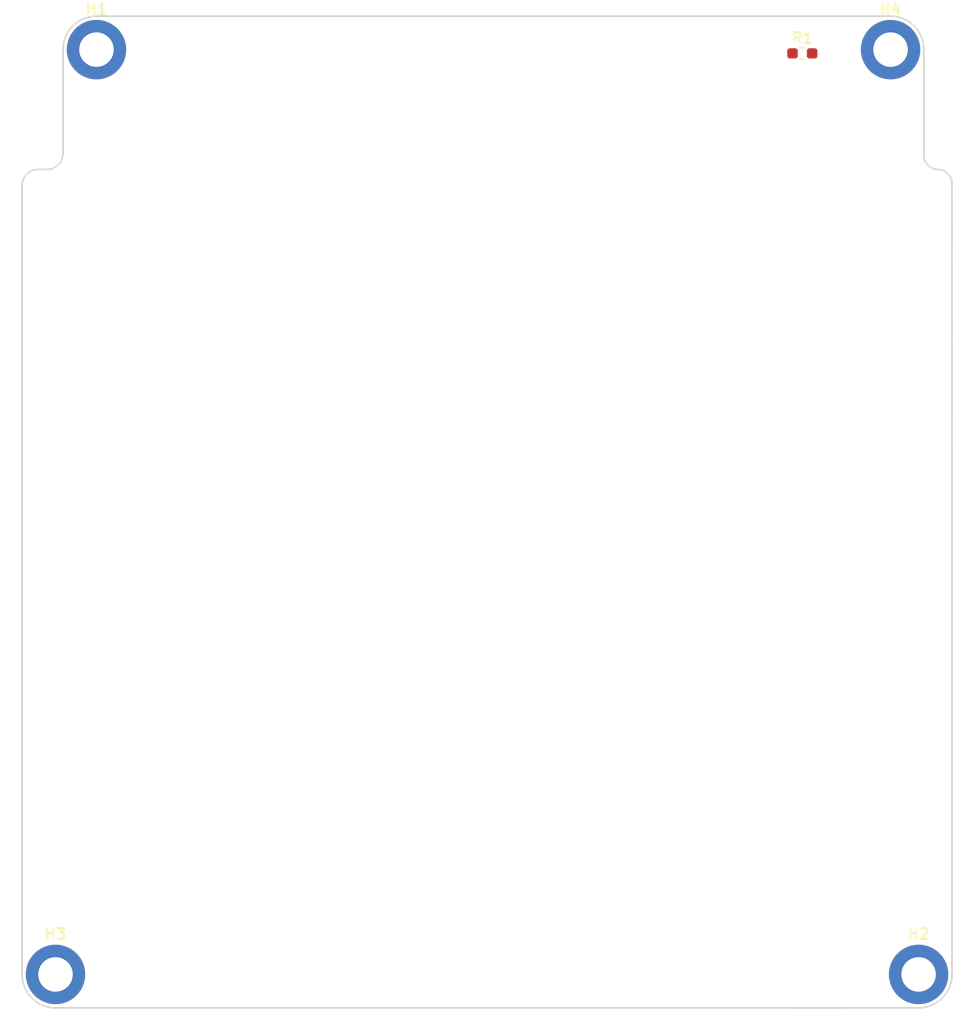
<source format=kicad_pcb>
(kicad_pcb (version 20221018) (generator pcbnew)
  (title_block (title "Battery Module 4c2") (date "2023-08-11") (comment 1 "Vitória Beatriz Bianchin <vitoriabbianchin@gmail.com>"))
  (layers (0 "F.Cu" signal) (31 "B.Cu" signal) (34 "B.Paste" user) (35 "F.Paste" user) (36 "B.SilkS" user "B.Silkscreen") (37 "F.SilkS" user "F.Silkscreen") (38 "B.Mask" user) (39 "F.Mask" user) (44 "Edge.Cuts" user))
  (net 0 "")
  (net 1 "Net-(H4-Pad1)")
  (net 2 "GND")
  (footprint "Resistor_SMD:R_0603_1608Metric_Pad0.98x0.95mm_HandSolder" (layer "F.Cu") (at 115.9275 35.56)
    (fp_text reference "R1" (at 0 -1.43) (layer "F.SilkS"))
    (fp_text value "1M")
    (fp_line (start -0.254724 -0.5225) (end 0.254724 -0.5225) (stroke (width 0.12)) (layer "F.SilkS"))
    (fp_line (start -0.254724 0.5225) (end 0.254724 0.5225) (stroke (width 0.12)) (layer "F.SilkS"))
    (pad "1" smd roundrect (at -0.9125 0) (size 0.975 0.95) (layers "F.Cu" "F.Paste" "F.Mask") (net 1 "Net-(H4-Pad1)"))
    (pad "2" smd roundrect (at 0.9125 0) (size 0.975 0.95) (layers "F.Cu" "F.Paste" "F.Mask") (net 2 "GND"))
  )
  (footprint "MountingHole:MountingHole_3.2mm_M3_ISO14580_Pad" (layer "F.Cu") (at 46.652031 120.912031)
    (fp_text reference "H3" (at 0 -3.75) (layer "F.SilkS"))
    (fp_text value "MountingHole")
    (pad "1" thru_hole circle (at 0 0) (size 5.5 5.5) (drill 3.2) (layers "*.Cu" "*.Mask"))
  )
  (footprint "MountingHole:MountingHole_3.2mm_M3_ISO14580_Pad" (layer "F.Cu") (at 124.112031 35.212031)
    (fp_text reference "H4" (at 0 -3.75) (layer "F.SilkS"))
    (fp_text value "MountingHole_Pad")
    (pad "1" thru_hole circle (at 0 0) (size 5.5 5.5) (drill 3.2) (layers "*.Cu" "*.Mask") (net 1 "Net-(H4-Pad1)"))
  )
  (footprint "MountingHole:MountingHole_3.2mm_M3_ISO14580_Pad" (layer "F.Cu") (at 50.452031 35.212031)
    (fp_text reference "H1" (at 0 -3.75) (layer "F.SilkS"))
    (fp_text value "MountingHole")
    (pad "1" thru_hole circle (at 0 0) (size 5.5 5.5) (drill 3.2) (layers "*.Cu" "*.Mask"))
  )
  (footprint "MountingHole:MountingHole_3.2mm_M3_ISO14580_Pad" (layer "F.Cu") (at 126.712031 120.912031)
    (fp_text reference "H2" (at 0 -3.75) (layer "F.SilkS"))
    (fp_text value "MountingHole")
    (pad "1" thru_hole circle (at 0 0) (size 5.5 5.5) (drill 3.2) (layers "*.Cu" "*.Mask"))
  )
  (gr_line (start 47.352031 35.212031) (end 47.352031 44.812031) (stroke (width 0.15)) (layer "Edge.Cuts"))
  (gr_arc (start 47.352031 44.812031) (mid 46.912691 45.872691) (end 45.852031 46.312031) (stroke (width 0.15)) (layer "Edge.Cuts"))
  (gr_arc (start 46.652031 124.012031) (mid 44.46 123.104062) (end 43.552031 120.912031) (stroke (width 0.15)) (layer "Edge.Cuts"))
  (gr_line (start 45.052031 46.312031) (end 45.852031 46.312031) (stroke (width 0.15)) (layer "Edge.Cuts"))
  (gr_arc (start 128.502031 46.312031) (mid 127.582761 45.931283) (end 127.202031 45.012031) (stroke (width 0.15)) (layer "Edge.Cuts"))
  (gr_line (start 118.44682 124.014734) (end 126.712031 124.012031) (stroke (width 0.15)) (layer "Edge.Cuts"))
  (gr_arc (start 43.552031 47.812031) (mid 43.991371 46.751371) (end 45.052031 46.312031) (stroke (width 0.15)) (layer "Edge.Cuts"))
  (gr_line (start 129.802031 47.612031) (end 129.812031 120.912031) (stroke (width 0.15)) (layer "Edge.Cuts"))
  (gr_line (start 127.202031 35.212031) (end 127.202031 45.012031) (stroke (width 0.15)) (layer "Edge.Cuts"))
  (gr_arc (start 128.502031 46.312031) (mid 129.421239 46.692805) (end 129.802031 47.612031) (stroke (width 0.15)) (layer "Edge.Cuts"))
  (gr_arc (start 129.812031 120.912031) (mid 128.904053 123.104053) (end 126.712031 124.012031) (stroke (width 0.15)) (layer "Edge.Cuts"))
  (gr_line (start 124.102031 32.112031) (end 50.452031 32.112031) (stroke (width 0.15)) (layer "Edge.Cuts"))
  (gr_arc (start 124.102031 32.112031) (mid 126.294031 33.020013) (end 127.202031 35.212031) (stroke (width 0.15)) (layer "Edge.Cuts"))
  (gr_line (start 46.652031 124.012031) (end 97.209931 124.012031) (stroke (width 0.15)) (layer "Edge.Cuts"))
  (gr_arc (start 47.352031 35.212031) (mid 48.26 33.02) (end 50.452031 32.112031) (stroke (width 0.15)) (layer "Edge.Cuts"))
  (gr_line (start 97.209931 124.012031) (end 118.44682 124.014734) (stroke (width 0.15)) (layer "Edge.Cuts"))
  (gr_line (start 43.552031 47.812031) (end 43.552031 120.912031) (stroke (width 0.15)) (layer "Edge.Cuts"))
)
</source>
